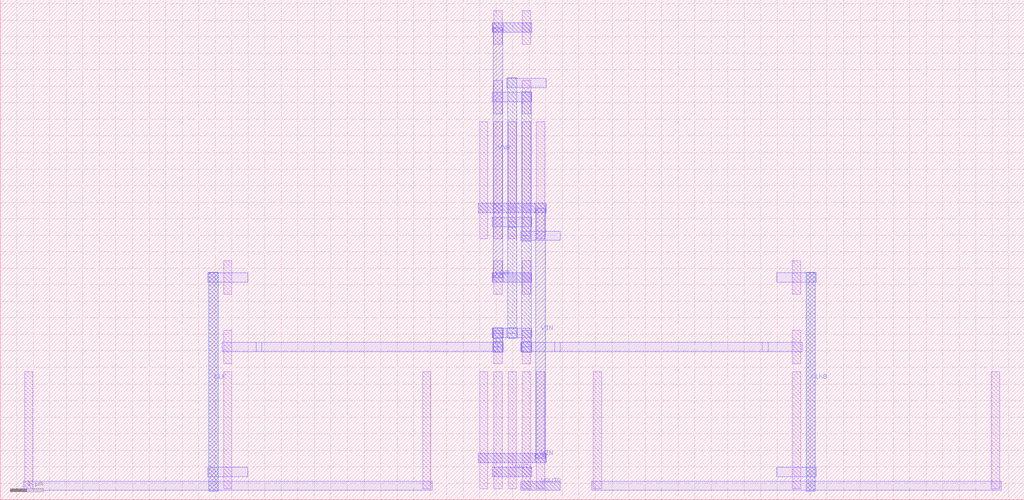
<source format=lef>
MACRO DCDC_XSW_NMOS
  ORIGIN 0 0 ;
  FOREIGN DCDC_XSW_NMOS 0 0 ;
  SIZE 30.96 BY 15.12 ;
  PIN VNB
    DIRECTION INOUT ;
    USE SIGNAL ;
    PORT 
      LAYER M2 ;
        RECT 14.88 14.14 16.08 14.42 ;
      LAYER M2 ;
        RECT 14.88 6.58 16.08 6.86 ;
      LAYER M2 ;
        RECT 14.89 14.14 15.21 14.42 ;
      LAYER M3 ;
        RECT 14.91 6.72 15.19 14.28 ;
      LAYER M2 ;
        RECT 14.89 6.58 15.21 6.86 ;
    END
  END VNB
  PIN VIN
    DIRECTION INOUT ;
    USE SIGNAL ;
    PORT 
      LAYER M2 ;
        RECT 14.45 8.68 16.51 8.96 ;
      LAYER M2 ;
        RECT 14.45 1.12 16.51 1.4 ;
      LAYER M2 ;
        RECT 16.18 8.68 16.5 8.96 ;
      LAYER M3 ;
        RECT 16.2 1.26 16.48 8.82 ;
      LAYER M2 ;
        RECT 16.18 1.12 16.5 1.4 ;
    END
  END VIN
  PIN VOUT0
    DIRECTION INOUT ;
    USE SIGNAL ;
    PORT 
      LAYER M2 ;
        RECT 15.74 0.28 16.94 0.56 ;
    END
  END VOUT0
  PIN VOUT1
    DIRECTION INOUT ;
    USE SIGNAL ;
    PORT 
      LAYER M2 ;
        RECT 14.88 0.7 16.08 0.98 ;
    END
  END VOUT1
  PIN CLKB
    DIRECTION INOUT ;
    USE SIGNAL ;
    PORT 
      LAYER M3 ;
        RECT 24.37 0.26 24.65 6.88 ;
    END
  END CLKB
  PIN CLK
    DIRECTION INOUT ;
    USE SIGNAL ;
    PORT 
      LAYER M3 ;
        RECT 6.31 0.26 6.59 6.88 ;
    END
  END CLK
  OBS 
  LAYER M3 ;
        RECT 15.77 7.82 16.05 12.34 ;
  LAYER M2 ;
        RECT 15.74 4.48 16.94 4.76 ;
  LAYER M2 ;
        RECT 23.05 4.48 24.25 4.76 ;
  LAYER M3 ;
        RECT 15.77 4.62 16.05 7.98 ;
  LAYER M2 ;
        RECT 15.75 4.48 16.07 4.76 ;
  LAYER M2 ;
        RECT 16.77 4.48 23.22 4.76 ;
  LAYER M2 ;
        RECT 15.75 4.48 16.07 4.76 ;
  LAYER M3 ;
        RECT 15.77 4.46 16.05 4.78 ;
  LAYER M2 ;
        RECT 15.75 4.48 16.07 4.76 ;
  LAYER M3 ;
        RECT 15.77 4.46 16.05 4.78 ;
  LAYER M2 ;
        RECT 15.75 4.48 16.07 4.76 ;
  LAYER M3 ;
        RECT 15.77 4.46 16.05 4.78 ;
  LAYER M2 ;
        RECT 15.75 4.48 16.07 4.76 ;
  LAYER M3 ;
        RECT 15.77 4.46 16.05 4.78 ;
  LAYER M3 ;
        RECT 15.34 8.24 15.62 12.76 ;
  LAYER M2 ;
        RECT 14.88 4.9 16.08 5.18 ;
  LAYER M2 ;
        RECT 6.71 4.48 7.91 4.76 ;
  LAYER M3 ;
        RECT 15.34 5.04 15.62 8.4 ;
  LAYER M2 ;
        RECT 15.32 4.9 15.64 5.18 ;
  LAYER M2 ;
        RECT 14.89 4.9 15.21 5.18 ;
  LAYER M3 ;
        RECT 14.91 4.62 15.19 5.04 ;
  LAYER M2 ;
        RECT 7.74 4.48 15.05 4.76 ;
  LAYER M2 ;
        RECT 15.32 4.9 15.64 5.18 ;
  LAYER M3 ;
        RECT 15.34 4.88 15.62 5.2 ;
  LAYER M2 ;
        RECT 15.32 4.9 15.64 5.18 ;
  LAYER M3 ;
        RECT 15.34 4.88 15.62 5.2 ;
  LAYER M2 ;
        RECT 15.32 4.9 15.64 5.18 ;
  LAYER M3 ;
        RECT 15.34 4.88 15.62 5.2 ;
  LAYER M2 ;
        RECT 14.89 4.48 15.21 4.76 ;
  LAYER M3 ;
        RECT 14.91 4.46 15.19 4.78 ;
  LAYER M2 ;
        RECT 14.89 4.9 15.21 5.18 ;
  LAYER M3 ;
        RECT 14.91 4.88 15.19 5.2 ;
  LAYER M2 ;
        RECT 15.32 4.9 15.64 5.18 ;
  LAYER M3 ;
        RECT 15.34 4.88 15.62 5.2 ;
  LAYER M2 ;
        RECT 14.89 4.48 15.21 4.76 ;
  LAYER M3 ;
        RECT 14.91 4.46 15.19 4.78 ;
  LAYER M2 ;
        RECT 14.89 4.9 15.21 5.18 ;
  LAYER M3 ;
        RECT 14.91 4.88 15.19 5.2 ;
  LAYER M1 ;
        RECT 15.785 7.895 16.035 11.425 ;
  LAYER M1 ;
        RECT 15.785 11.675 16.035 12.685 ;
  LAYER M1 ;
        RECT 15.785 13.775 16.035 14.785 ;
  LAYER M1 ;
        RECT 16.215 7.895 16.465 11.425 ;
  LAYER M1 ;
        RECT 15.355 7.895 15.605 11.425 ;
  LAYER M1 ;
        RECT 14.925 7.895 15.175 11.425 ;
  LAYER M1 ;
        RECT 14.925 11.675 15.175 12.685 ;
  LAYER M1 ;
        RECT 14.925 13.775 15.175 14.785 ;
  LAYER M1 ;
        RECT 14.495 7.895 14.745 11.425 ;
  LAYER M2 ;
        RECT 15.74 7.84 16.94 8.12 ;
  LAYER M2 ;
        RECT 14.88 12.04 16.08 12.32 ;
  LAYER M2 ;
        RECT 14.88 8.26 16.08 8.54 ;
  LAYER M2 ;
        RECT 15.31 12.46 16.51 12.74 ;
  LAYER M2 ;
        RECT 14.88 14.14 16.08 14.42 ;
  LAYER M3 ;
        RECT 15.77 7.82 16.05 12.34 ;
  LAYER M3 ;
        RECT 15.34 8.24 15.62 12.76 ;
  LAYER M2 ;
        RECT 14.45 8.68 16.51 8.96 ;
  LAYER M1 ;
        RECT 15.785 0.335 16.035 3.865 ;
  LAYER M1 ;
        RECT 15.785 4.115 16.035 5.125 ;
  LAYER M1 ;
        RECT 15.785 6.215 16.035 7.225 ;
  LAYER M1 ;
        RECT 16.215 0.335 16.465 3.865 ;
  LAYER M1 ;
        RECT 15.355 0.335 15.605 3.865 ;
  LAYER M1 ;
        RECT 14.925 0.335 15.175 3.865 ;
  LAYER M1 ;
        RECT 14.925 4.115 15.175 5.125 ;
  LAYER M1 ;
        RECT 14.925 6.215 15.175 7.225 ;
  LAYER M1 ;
        RECT 14.495 0.335 14.745 3.865 ;
  LAYER M2 ;
        RECT 14.88 6.58 16.08 6.86 ;
  LAYER M2 ;
        RECT 15.74 0.28 16.94 0.56 ;
  LAYER M2 ;
        RECT 14.88 0.7 16.08 0.98 ;
  LAYER M2 ;
        RECT 15.74 4.48 16.94 4.76 ;
  LAYER M2 ;
        RECT 14.88 4.9 16.08 5.18 ;
  LAYER M2 ;
        RECT 14.45 1.12 16.51 1.4 ;
  LAYER M1 ;
        RECT 23.955 0.335 24.205 3.865 ;
  LAYER M1 ;
        RECT 23.955 4.115 24.205 5.125 ;
  LAYER M1 ;
        RECT 23.955 6.215 24.205 7.225 ;
  LAYER M1 ;
        RECT 17.935 0.335 18.185 3.865 ;
  LAYER M1 ;
        RECT 29.975 0.335 30.225 3.865 ;
  LAYER M2 ;
        RECT 17.89 0.28 30.27 0.56 ;
  LAYER M2 ;
        RECT 23.48 6.58 24.68 6.86 ;
  LAYER M2 ;
        RECT 23.48 0.7 24.68 0.98 ;
  LAYER M2 ;
        RECT 23.05 4.48 24.25 4.76 ;
  LAYER M3 ;
        RECT 24.37 0.26 24.65 6.88 ;
  LAYER M1 ;
        RECT 6.755 0.335 7.005 3.865 ;
  LAYER M1 ;
        RECT 6.755 4.115 7.005 5.125 ;
  LAYER M1 ;
        RECT 6.755 6.215 7.005 7.225 ;
  LAYER M1 ;
        RECT 12.775 0.335 13.025 3.865 ;
  LAYER M1 ;
        RECT 0.735 0.335 0.985 3.865 ;
  LAYER M2 ;
        RECT 0.69 0.28 13.07 0.56 ;
  LAYER M2 ;
        RECT 6.28 6.58 7.48 6.86 ;
  LAYER M2 ;
        RECT 6.28 0.7 7.48 0.98 ;
  LAYER M2 ;
        RECT 6.71 4.48 7.91 4.76 ;
  LAYER M3 ;
        RECT 6.31 0.26 6.59 6.88 ;
  END 
END DCDC_XSW_NMOS

</source>
